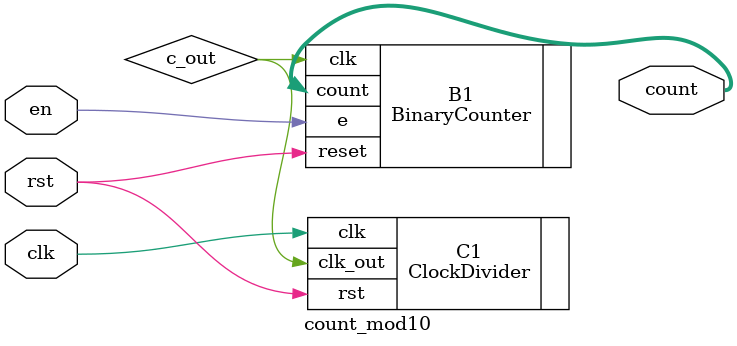
<source format=v>
`timescale 1ns / 1ps


module count_mod10(input clk,rst,en, output [3:0] count);
wire c_out;
ClockDivider #(50000000)C1( .clk(clk),.rst(rst), .clk_out(c_out));
BinaryCounter  #(4,10) B1(.e(en),.reset(rst),.clk(c_out),.count(count));
endmodule

</source>
